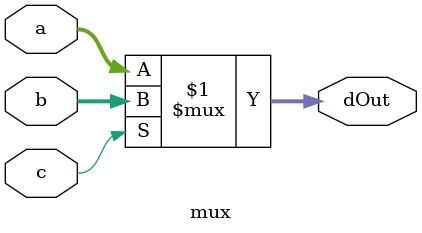
<source format=v>

module mux #(parameter N = 16) (
	input [N-1:0] a,b,
	input c,
	output [N-1:0] dOut);

	assign dOut = (c) ? b : a;
endmodule

</source>
